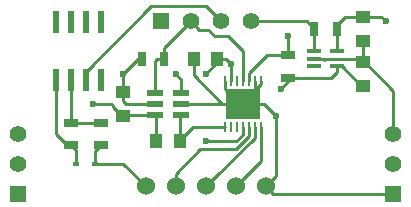
<source format=gbr>
G04 #@! TF.GenerationSoftware,KiCad,Pcbnew,(5.0.2)-1*
G04 #@! TF.CreationDate,2019-08-29T18:06:14-04:00*
G04 #@! TF.ProjectId,IGEM_Device,4947454d-5f44-4657-9669-63652e6b6963,rev?*
G04 #@! TF.SameCoordinates,Original*
G04 #@! TF.FileFunction,Copper,L1,Top*
G04 #@! TF.FilePolarity,Positive*
%FSLAX46Y46*%
G04 Gerber Fmt 4.6, Leading zero omitted, Abs format (unit mm)*
G04 Created by KiCad (PCBNEW (5.0.2)-1) date 2019-08-29 6:06:14 PM*
%MOMM*%
%LPD*%
G01*
G04 APERTURE LIST*
G04 #@! TA.AperFunction,ComponentPad*
%ADD10C,1.397000*%
G04 #@! TD*
G04 #@! TA.AperFunction,ComponentPad*
%ADD11R,1.397000X1.397000*%
G04 #@! TD*
G04 #@! TA.AperFunction,SMDPad,CuDef*
%ADD12R,1.000000X1.250000*%
G04 #@! TD*
G04 #@! TA.AperFunction,SMDPad,CuDef*
%ADD13R,0.530000X0.400000*%
G04 #@! TD*
G04 #@! TA.AperFunction,SMDPad,CuDef*
%ADD14R,1.473200X0.558800*%
G04 #@! TD*
G04 #@! TA.AperFunction,SMDPad,CuDef*
%ADD15R,1.300000X0.700000*%
G04 #@! TD*
G04 #@! TA.AperFunction,SMDPad,CuDef*
%ADD16R,0.700000X1.300000*%
G04 #@! TD*
G04 #@! TA.AperFunction,ComponentPad*
%ADD17C,1.524000*%
G04 #@! TD*
G04 #@! TA.AperFunction,SMDPad,CuDef*
%ADD18R,0.558800X1.981200*%
G04 #@! TD*
G04 #@! TA.AperFunction,SMDPad,CuDef*
%ADD19R,0.270000X0.860000*%
G04 #@! TD*
G04 #@! TA.AperFunction,SMDPad,CuDef*
%ADD20R,3.000000X2.600000*%
G04 #@! TD*
G04 #@! TA.AperFunction,SMDPad,CuDef*
%ADD21R,1.168400X0.355600*%
G04 #@! TD*
G04 #@! TA.AperFunction,SMDPad,CuDef*
%ADD22R,1.250000X1.000000*%
G04 #@! TD*
G04 #@! TA.AperFunction,ViaPad*
%ADD23C,0.600000*%
G04 #@! TD*
G04 #@! TA.AperFunction,Conductor*
%ADD24C,0.250000*%
G04 #@! TD*
G04 APERTURE END LIST*
D10*
G04 #@! TO.P,J6,3*
G04 #@! TO.N,+2V85*
X141605000Y-92710000D03*
G04 #@! TO.P,J6,2*
X141605000Y-95250000D03*
D11*
G04 #@! TO.P,J6,1*
X141605000Y-97790000D03*
G04 #@! TD*
G04 #@! TO.P,J5,1*
G04 #@! TO.N,/SCL*
X153670000Y-83185000D03*
D10*
G04 #@! TO.P,J5,2*
G04 #@! TO.N,/SDA*
X156210000Y-83185000D03*
G04 #@! TO.P,J5,3*
G04 #@! TO.N,/IP_CONTROL*
X158750000Y-83185000D03*
G04 #@! TO.P,J5,4*
G04 #@! TO.N,/POWER_GOOD*
X161290000Y-83185000D03*
G04 #@! TD*
D12*
G04 #@! TO.P,C13,2*
G04 #@! TO.N,GND*
X153305000Y-93345000D03*
G04 #@! TO.P,C13,1*
G04 #@! TO.N,/LMP91000_VOUT*
X155305000Y-93345000D03*
G04 #@! TD*
D13*
G04 #@! TO.P,D1,C*
G04 #@! TO.N,/IP_CATHODE*
X148120000Y-95250000D03*
G04 #@! TO.P,D1,A*
G04 #@! TO.N,Net-(D1-PadA)*
X146520000Y-95250000D03*
G04 #@! TD*
D14*
G04 #@! TO.P,U7,1*
G04 #@! TO.N,/LMP91000_VOUT*
X155422600Y-91120001D03*
G04 #@! TO.P,U7,2*
G04 #@! TO.N,GND*
X155422600Y-90170000D03*
G04 #@! TO.P,U7,3*
G04 #@! TO.N,/SCL*
X155422600Y-89219999D03*
G04 #@! TO.P,U7,4*
G04 #@! TO.N,/SDA*
X153187400Y-89219999D03*
G04 #@! TO.P,U7,5*
G04 #@! TO.N,+2V85*
X153187400Y-90170000D03*
G04 #@! TO.P,U7,6*
G04 #@! TO.N,GND*
X153187400Y-91120001D03*
G04 #@! TD*
D11*
G04 #@! TO.P,J7,1*
G04 #@! TO.N,GND*
X173355000Y-97790000D03*
D10*
G04 #@! TO.P,J7,2*
X173355000Y-95250000D03*
G04 #@! TO.P,J7,3*
X173355000Y-92710000D03*
G04 #@! TD*
D15*
G04 #@! TO.P,R1,1*
G04 #@! TO.N,+2V85*
X164465000Y-87945000D03*
G04 #@! TO.P,R1,2*
G04 #@! TO.N,/SCL*
X164465000Y-86045000D03*
G04 #@! TD*
D16*
G04 #@! TO.P,R2,2*
G04 #@! TO.N,/SDA*
X153985000Y-86360000D03*
G04 #@! TO.P,R2,1*
G04 #@! TO.N,+2V85*
X152085000Y-86360000D03*
G04 #@! TD*
D17*
G04 #@! TO.P,J2,1*
G04 #@! TO.N,GND*
X162560000Y-97155000D03*
G04 #@! TO.P,J2,2*
G04 #@! TO.N,/COUN_ELECTRODE*
X160020000Y-97155000D03*
G04 #@! TO.P,J2,3*
G04 #@! TO.N,/REF_ELECTRODE*
X157480000Y-97155000D03*
G04 #@! TO.P,J2,4*
G04 #@! TO.N,/WORK_ELECTRODE*
X154940000Y-97155000D03*
G04 #@! TO.P,J2,5*
G04 #@! TO.N,/IP_CATHODE*
X152400000Y-97155000D03*
G04 #@! TD*
D18*
G04 #@! TO.P,U4,1*
G04 #@! TO.N,Net-(D1-PadA)*
X144780000Y-88188800D03*
G04 #@! TO.P,U4,2*
G04 #@! TO.N,Net-(R3-Pad2)*
X146050000Y-88188800D03*
G04 #@! TO.P,U4,3*
G04 #@! TO.N,/IP_CONTROL*
X147320000Y-88188800D03*
G04 #@! TO.P,U4,4*
G04 #@! TO.N,Net-(U4-Pad4)*
X148590000Y-88188800D03*
G04 #@! TO.P,U4,5*
G04 #@! TO.N,Net-(U4-Pad5)*
X148590000Y-83261200D03*
G04 #@! TO.P,U4,6*
G04 #@! TO.N,Net-(U4-Pad6)*
X147320000Y-83261200D03*
G04 #@! TO.P,U4,7*
G04 #@! TO.N,Net-(U4-Pad7)*
X146050000Y-83261200D03*
G04 #@! TO.P,U4,8*
G04 #@! TO.N,Net-(U4-Pad8)*
X144780000Y-83261200D03*
G04 #@! TD*
D19*
G04 #@! TO.P,U3,1*
G04 #@! TO.N,GND*
X162155000Y-88235000D03*
G04 #@! TO.P,U3,2*
X161655000Y-88235000D03*
G04 #@! TO.P,U3,3*
G04 #@! TO.N,/SCL*
X161155000Y-88235000D03*
G04 #@! TO.P,U3,4*
G04 #@! TO.N,/SDA*
X160655000Y-88235000D03*
G04 #@! TO.P,U3,5*
G04 #@! TO.N,N/C*
X160155000Y-88235000D03*
G04 #@! TO.P,U3,6*
G04 #@! TO.N,+2V85*
X159655000Y-88235000D03*
G04 #@! TO.P,U3,7*
G04 #@! TO.N,GND*
X159155000Y-88235000D03*
G04 #@! TO.P,U3,8*
G04 #@! TO.N,/LMP91000_VOUT*
X159155000Y-92105000D03*
G04 #@! TO.P,U3,9*
G04 #@! TO.N,Net-(U3-Pad9)*
X159655000Y-92105000D03*
G04 #@! TO.P,U3,10*
G04 #@! TO.N,Net-(U3-Pad10)*
X160155000Y-92105000D03*
G04 #@! TO.P,U3,11*
G04 #@! TO.N,+1V8*
X160655000Y-92105000D03*
G04 #@! TO.P,U3,12*
G04 #@! TO.N,/WORK_ELECTRODE*
X161155000Y-92105000D03*
G04 #@! TO.P,U3,13*
G04 #@! TO.N,/REF_ELECTRODE*
X161655000Y-92105000D03*
G04 #@! TO.P,U3,14*
G04 #@! TO.N,/COUN_ELECTRODE*
X162155000Y-92105000D03*
D20*
G04 #@! TO.P,U3,15*
G04 #@! TO.N,GND*
X160655000Y-90170000D03*
G04 #@! TD*
D21*
G04 #@! TO.P,U5,1*
G04 #@! TO.N,/POWER_GOOD*
X166674800Y-85710001D03*
G04 #@! TO.P,U5,2*
G04 #@! TO.N,GND*
X166674800Y-86360000D03*
G04 #@! TO.P,U5,3*
G04 #@! TO.N,Net-(U5-Pad3)*
X166674800Y-87009999D03*
G04 #@! TO.P,U5,4*
G04 #@! TO.N,+2V85*
X168605200Y-87009999D03*
G04 #@! TO.P,U5,5*
G04 #@! TO.N,+1V8*
X168605200Y-85710001D03*
G04 #@! TD*
D22*
G04 #@! TO.P,C4,1*
G04 #@! TO.N,+2V85*
X170815000Y-88630000D03*
G04 #@! TO.P,C4,2*
G04 #@! TO.N,GND*
X170815000Y-86630000D03*
G04 #@! TD*
G04 #@! TO.P,C5,2*
G04 #@! TO.N,GND*
X170815000Y-84820000D03*
G04 #@! TO.P,C5,1*
G04 #@! TO.N,+1V8*
X170815000Y-82820000D03*
G04 #@! TD*
G04 #@! TO.P,C12,1*
G04 #@! TO.N,+2V85*
X150495000Y-89170000D03*
G04 #@! TO.P,C12,2*
G04 #@! TO.N,GND*
X150495000Y-91170000D03*
G04 #@! TD*
D15*
G04 #@! TO.P,R3,2*
G04 #@! TO.N,Net-(R3-Pad2)*
X146050000Y-91760000D03*
G04 #@! TO.P,R3,1*
G04 #@! TO.N,Net-(D1-PadA)*
X146050000Y-93660000D03*
G04 #@! TD*
D16*
G04 #@! TO.P,R4,2*
G04 #@! TO.N,/POWER_GOOD*
X166690000Y-83820000D03*
G04 #@! TO.P,R4,1*
G04 #@! TO.N,+1V8*
X168590000Y-83820000D03*
G04 #@! TD*
D15*
G04 #@! TO.P,R5,1*
G04 #@! TO.N,/IP_CATHODE*
X148590000Y-93660000D03*
G04 #@! TO.P,R5,2*
G04 #@! TO.N,Net-(R3-Pad2)*
X148590000Y-91760000D03*
G04 #@! TD*
D12*
G04 #@! TO.P,C8,1*
G04 #@! TO.N,+2V85*
X158480000Y-86360000D03*
G04 #@! TO.P,C8,2*
G04 #@! TO.N,GND*
X156480000Y-86360000D03*
G04 #@! TD*
D23*
G04 #@! TO.N,GND*
X163445000Y-91210000D03*
X147955000Y-90170000D03*
G04 #@! TO.N,+2V85*
X159655000Y-86785000D03*
X163830000Y-88900000D03*
X150495000Y-87630000D03*
X157480000Y-87630000D03*
G04 #@! TO.N,+1V8*
X157480000Y-93345000D03*
X172720000Y-83185000D03*
G04 #@! TO.N,/SCL*
X154940000Y-87630000D03*
X164465000Y-84455000D03*
G04 #@! TD*
D24*
G04 #@! TO.N,GND*
X163445000Y-91210000D02*
X163445000Y-96270000D01*
X163445000Y-96270000D02*
X162560000Y-97155000D01*
X163195000Y-97790000D02*
X162560000Y-97155000D01*
X173355000Y-97790000D02*
X163195000Y-97790000D01*
X163445000Y-91210000D02*
X163445000Y-91210000D01*
X160655000Y-90170000D02*
X162405000Y-90170000D01*
X162405000Y-90170000D02*
X163445000Y-91210000D01*
X170545000Y-86360000D02*
X170815000Y-86630000D01*
X150544999Y-91120001D02*
X150495000Y-91170000D01*
X162155000Y-88530000D02*
X160655000Y-90030000D01*
X147955000Y-90170000D02*
X149495000Y-90170000D01*
X149495000Y-90170000D02*
X149620000Y-90295000D01*
X149620000Y-90295000D02*
X149620000Y-90420000D01*
X149620000Y-90420000D02*
X150370000Y-91170000D01*
X162155000Y-88235000D02*
X162155000Y-88530000D01*
X170815000Y-86630000D02*
X170815000Y-84820000D01*
X161655000Y-88235000D02*
X161655000Y-89170000D01*
X150370000Y-91170000D02*
X150495000Y-91170000D01*
X159155000Y-88235000D02*
X159155000Y-88915000D01*
X159155000Y-88915000D02*
X160410000Y-90170000D01*
X167509000Y-86360000D02*
X167584001Y-86435001D01*
X158905000Y-90170000D02*
X160655000Y-90170000D01*
X160410000Y-90170000D02*
X160655000Y-90170000D01*
X170940000Y-86630000D02*
X173355000Y-89045000D01*
X155422600Y-90170000D02*
X160655000Y-90170000D01*
X166674800Y-86360000D02*
X170545000Y-86360000D01*
X170815000Y-86630000D02*
X170940000Y-86630000D01*
X153305000Y-93345000D02*
X153305000Y-91237601D01*
X173355000Y-89045000D02*
X173355000Y-91761500D01*
X156480000Y-87745000D02*
X158905000Y-90170000D01*
X160655000Y-90030000D02*
X160655000Y-90170000D01*
X153305000Y-91237601D02*
X153187400Y-91120001D01*
X153187400Y-91120001D02*
X150544999Y-91120001D01*
X173355000Y-91761500D02*
X173355000Y-92710000D01*
X161655000Y-89170000D02*
X160655000Y-90170000D01*
X166674800Y-86360000D02*
X167509000Y-86360000D01*
X156480000Y-86360000D02*
X156480000Y-87745000D01*
G04 #@! TO.N,+2V85*
X168605200Y-87009999D02*
X168605200Y-87437799D01*
X168097999Y-87945000D02*
X165365000Y-87945000D01*
X168605200Y-87437799D02*
X168097999Y-87945000D01*
X165365000Y-87945000D02*
X164465000Y-87945000D01*
X169011600Y-87009999D02*
X168605200Y-87009999D01*
X170631601Y-88630000D02*
X169011600Y-87009999D01*
X159655000Y-86785000D02*
X159655000Y-87555000D01*
X170815000Y-88630000D02*
X170631601Y-88630000D01*
X164465000Y-87945000D02*
X164465000Y-88265000D01*
X164465000Y-88265000D02*
X163830000Y-88900000D01*
X152085000Y-86360000D02*
X151765000Y-86360000D01*
X158480000Y-86360000D02*
X158480000Y-86630000D01*
X151765000Y-86360000D02*
X150495000Y-87630000D01*
X159655000Y-87555000D02*
X159655000Y-88235000D01*
X150495000Y-87630000D02*
X150495000Y-89170000D01*
X158480000Y-86360000D02*
X159230000Y-86360000D01*
X159230000Y-86360000D02*
X159655000Y-86785000D01*
X159655000Y-86785000D02*
X159655000Y-86785000D01*
X150745000Y-90170000D02*
X150495000Y-89920000D01*
X153187400Y-90170000D02*
X150745000Y-90170000D01*
X150495000Y-89920000D02*
X150495000Y-89170000D01*
X158480000Y-86630000D02*
X157480000Y-87630000D01*
G04 #@! TO.N,+1V8*
X172355000Y-82820000D02*
X172720000Y-83185000D01*
X160095000Y-93345000D02*
X157904264Y-93345000D01*
X157904264Y-93345000D02*
X157480000Y-93345000D01*
X170815000Y-82820000D02*
X172355000Y-82820000D01*
X168590000Y-83520000D02*
X168590000Y-83820000D01*
X160655000Y-92105000D02*
X160655000Y-92785000D01*
X168590000Y-85694801D02*
X168605200Y-85710001D01*
X168590000Y-83820000D02*
X168590000Y-85694801D01*
X170815000Y-82820000D02*
X169290000Y-82820000D01*
X160655000Y-92785000D02*
X160095000Y-93345000D01*
X169290000Y-82820000D02*
X168590000Y-83520000D01*
G04 #@! TO.N,/WORK_ELECTRODE*
X161155000Y-92105000D02*
X161155000Y-92921410D01*
X161155000Y-92921410D02*
X160096410Y-93980000D01*
X160096410Y-93980000D02*
X157037370Y-93980000D01*
X157037370Y-93980000D02*
X154940000Y-96077370D01*
X154940000Y-96077370D02*
X154940000Y-97155000D01*
G04 #@! TO.N,/REF_ELECTRODE*
X161655000Y-93057820D02*
X158319819Y-96393001D01*
X158319819Y-96393001D02*
X158241999Y-96393001D01*
X158241999Y-96393001D02*
X157480000Y-97155000D01*
X161655000Y-92105000D02*
X161655000Y-93057820D01*
G04 #@! TO.N,/COUN_ELECTRODE*
X160020000Y-97155000D02*
X162155000Y-95020000D01*
X162155000Y-95020000D02*
X162155000Y-92105000D01*
G04 #@! TO.N,/IP_CATHODE*
X148120000Y-95250000D02*
X150495000Y-95250000D01*
X150495000Y-95250000D02*
X152400000Y-97155000D01*
X148120000Y-94130000D02*
X148590000Y-93660000D01*
X148120000Y-95250000D02*
X148120000Y-94130000D01*
G04 #@! TO.N,Net-(R3-Pad2)*
X146050000Y-91760000D02*
X148590000Y-91760000D01*
X146050000Y-91760000D02*
X146050000Y-88188800D01*
G04 #@! TO.N,/POWER_GOOD*
X161290000Y-83185000D02*
X166055000Y-83185000D01*
X166055000Y-83185000D02*
X166690000Y-83820000D01*
X166674800Y-85710001D02*
X166674800Y-83835200D01*
X166674800Y-83835200D02*
X166690000Y-83820000D01*
G04 #@! TO.N,/IP_CONTROL*
X147320000Y-87477600D02*
X147320000Y-88188800D01*
X157480000Y-81915000D02*
X152882600Y-81915000D01*
X152882600Y-81915000D02*
X147320000Y-87477600D01*
X158750000Y-83185000D02*
X157480000Y-81915000D01*
G04 #@! TO.N,Net-(D1-PadA)*
X146520000Y-94130000D02*
X146050000Y-93660000D01*
X144780000Y-89429400D02*
X144780000Y-88188800D01*
X146520000Y-95250000D02*
X146520000Y-94130000D01*
X145750000Y-93660000D02*
X144780000Y-92690000D01*
X146050000Y-93660000D02*
X145750000Y-93660000D01*
X144780000Y-92690000D02*
X144780000Y-89429400D01*
G04 #@! TO.N,/SDA*
X160655000Y-85725000D02*
X160655000Y-88235000D01*
X156908499Y-83883499D02*
X157713501Y-83883499D01*
X158285002Y-84455000D02*
X159385000Y-84455000D01*
X153187400Y-89219999D02*
X153187400Y-86557600D01*
X159385000Y-84455000D02*
X160655000Y-85725000D01*
X156210000Y-83185000D02*
X156908499Y-83883499D01*
X157713501Y-83883499D02*
X158285002Y-84455000D01*
X153187400Y-86557600D02*
X153385000Y-86360000D01*
X153385000Y-86360000D02*
X153985000Y-86360000D01*
X156210000Y-83185000D02*
X153985000Y-85410000D01*
X153985000Y-85410000D02*
X153985000Y-86360000D01*
G04 #@! TO.N,/SCL*
X162665000Y-86045000D02*
X163565000Y-86045000D01*
X155422600Y-88112600D02*
X154940000Y-87630000D01*
X161155000Y-87555000D02*
X162665000Y-86045000D01*
X164465000Y-84455000D02*
X164465000Y-86045000D01*
X155422600Y-89219999D02*
X155422600Y-88690599D01*
X163565000Y-86045000D02*
X164465000Y-86045000D01*
X155422600Y-89219999D02*
X155422600Y-88112600D01*
X161155000Y-88235000D02*
X161155000Y-87555000D01*
G04 #@! TO.N,/LMP91000_VOUT*
X155305000Y-93345000D02*
X155305000Y-91237601D01*
X155305000Y-91237601D02*
X155422600Y-91120001D01*
X155305000Y-93220000D02*
X155305000Y-93345000D01*
X156420000Y-92105000D02*
X155305000Y-93220000D01*
X159155000Y-92105000D02*
X156420000Y-92105000D01*
G04 #@! TD*
M02*

</source>
